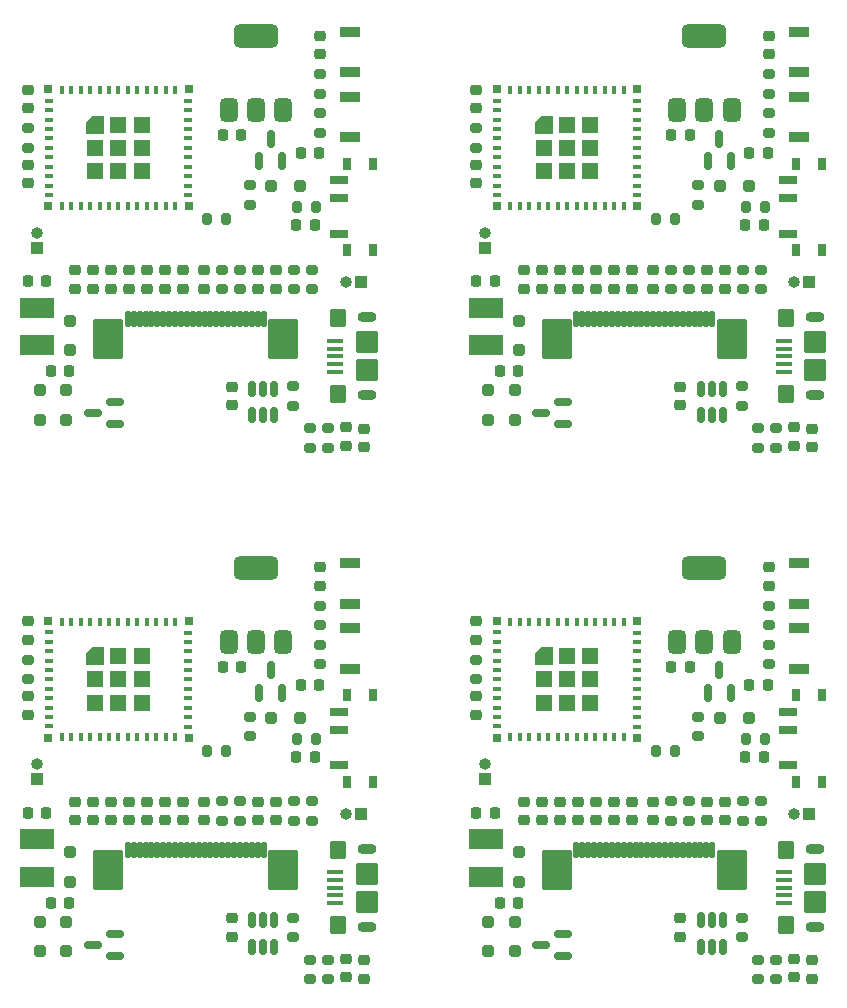
<source format=gts>
G04 #@! TF.GenerationSoftware,KiCad,Pcbnew,9.0.3*
G04 #@! TF.CreationDate,2025-09-14T18:43:41+02:00*
G04 #@! TF.ProjectId,panel,70616e65-6c2e-46b6-9963-61645f706362,rev?*
G04 #@! TF.SameCoordinates,Original*
G04 #@! TF.FileFunction,Soldermask,Top*
G04 #@! TF.FilePolarity,Negative*
%FSLAX46Y46*%
G04 Gerber Fmt 4.6, Leading zero omitted, Abs format (unit mm)*
G04 Created by KiCad (PCBNEW 9.0.3) date 2025-09-14 18:43:41*
%MOMM*%
%LPD*%
G01*
G04 APERTURE LIST*
G04 Aperture macros list*
%AMRoundRect*
0 Rectangle with rounded corners*
0 $1 Rounding radius*
0 $2 $3 $4 $5 $6 $7 $8 $9 X,Y pos of 4 corners*
0 Add a 4 corners polygon primitive as box body*
4,1,4,$2,$3,$4,$5,$6,$7,$8,$9,$2,$3,0*
0 Add four circle primitives for the rounded corners*
1,1,$1+$1,$2,$3*
1,1,$1+$1,$4,$5*
1,1,$1+$1,$6,$7*
1,1,$1+$1,$8,$9*
0 Add four rect primitives between the rounded corners*
20,1,$1+$1,$2,$3,$4,$5,0*
20,1,$1+$1,$4,$5,$6,$7,0*
20,1,$1+$1,$6,$7,$8,$9,0*
20,1,$1+$1,$8,$9,$2,$3,0*%
%AMOutline5P*
0 Free polygon, 5 corners , with rotation*
0 The origin of the aperture is its center*
0 number of corners: always 5*
0 $1 to $10 corner X, Y*
0 $11 Rotation angle, in degrees counterclockwise*
0 create outline with 5 corners*
4,1,5,$1,$2,$3,$4,$5,$6,$7,$8,$9,$10,$1,$2,$11*%
%AMOutline6P*
0 Free polygon, 6 corners , with rotation*
0 The origin of the aperture is its center*
0 number of corners: always 6*
0 $1 to $12 corner X, Y*
0 $13 Rotation angle, in degrees counterclockwise*
0 create outline with 6 corners*
4,1,6,$1,$2,$3,$4,$5,$6,$7,$8,$9,$10,$11,$12,$1,$2,$13*%
%AMOutline7P*
0 Free polygon, 7 corners , with rotation*
0 The origin of the aperture is its center*
0 number of corners: always 7*
0 $1 to $14 corner X, Y*
0 $15 Rotation angle, in degrees counterclockwise*
0 create outline with 7 corners*
4,1,7,$1,$2,$3,$4,$5,$6,$7,$8,$9,$10,$11,$12,$13,$14,$1,$2,$15*%
%AMOutline8P*
0 Free polygon, 8 corners , with rotation*
0 The origin of the aperture is its center*
0 number of corners: always 8*
0 $1 to $16 corner X, Y*
0 $17 Rotation angle, in degrees counterclockwise*
0 create outline with 8 corners*
4,1,8,$1,$2,$3,$4,$5,$6,$7,$8,$9,$10,$11,$12,$13,$14,$15,$16,$1,$2,$17*%
G04 Aperture macros list end*
%ADD10RoundRect,0.200000X-0.275000X0.200000X-0.275000X-0.200000X0.275000X-0.200000X0.275000X0.200000X0*%
%ADD11RoundRect,0.225000X-0.250000X0.225000X-0.250000X-0.225000X0.250000X-0.225000X0.250000X0.225000X0*%
%ADD12R,1.000000X1.000000*%
%ADD13O,1.000000X1.000000*%
%ADD14RoundRect,0.250000X-0.250000X0.250000X-0.250000X-0.250000X0.250000X-0.250000X0.250000X0.250000X0*%
%ADD15RoundRect,0.225000X-0.225000X-0.250000X0.225000X-0.250000X0.225000X0.250000X-0.225000X0.250000X0*%
%ADD16RoundRect,0.225000X0.250000X-0.225000X0.250000X0.225000X-0.250000X0.225000X-0.250000X-0.225000X0*%
%ADD17RoundRect,0.250000X0.250000X0.250000X-0.250000X0.250000X-0.250000X-0.250000X0.250000X-0.250000X0*%
%ADD18RoundRect,0.225000X0.225000X0.250000X-0.225000X0.250000X-0.225000X-0.250000X0.225000X-0.250000X0*%
%ADD19RoundRect,0.375000X0.375000X-0.625000X0.375000X0.625000X-0.375000X0.625000X-0.375000X-0.625000X0*%
%ADD20RoundRect,0.500000X1.400000X-0.500000X1.400000X0.500000X-1.400000X0.500000X-1.400000X-0.500000X0*%
%ADD21RoundRect,0.102000X-0.150000X-0.550000X0.150000X-0.550000X0.150000X0.550000X-0.150000X0.550000X0*%
%ADD22RoundRect,0.102000X-1.150000X-1.550000X1.150000X-1.550000X1.150000X1.550000X-1.150000X1.550000X0*%
%ADD23RoundRect,0.200000X0.200000X0.275000X-0.200000X0.275000X-0.200000X-0.275000X0.200000X-0.275000X0*%
%ADD24RoundRect,0.150000X-0.150000X0.512500X-0.150000X-0.512500X0.150000X-0.512500X0.150000X0.512500X0*%
%ADD25RoundRect,0.150000X0.587500X0.150000X-0.587500X0.150000X-0.587500X-0.150000X0.587500X-0.150000X0*%
%ADD26RoundRect,0.150000X0.150000X-0.587500X0.150000X0.587500X-0.150000X0.587500X-0.150000X-0.587500X0*%
%ADD27RoundRect,0.200000X0.275000X-0.200000X0.275000X0.200000X-0.275000X0.200000X-0.275000X-0.200000X0*%
%ADD28R,0.800000X1.000000*%
%ADD29R,1.500000X0.700000*%
%ADD30RoundRect,0.218750X0.218750X0.256250X-0.218750X0.256250X-0.218750X-0.256250X0.218750X-0.256250X0*%
%ADD31RoundRect,0.218750X-0.256250X0.218750X-0.256250X-0.218750X0.256250X-0.218750X0.256250X0.218750X0*%
%ADD32R,2.900000X1.800000*%
%ADD33RoundRect,0.100000X0.575000X-0.100000X0.575000X0.100000X-0.575000X0.100000X-0.575000X-0.100000X0*%
%ADD34O,1.600000X0.900000*%
%ADD35RoundRect,0.250000X0.450000X-0.550000X0.450000X0.550000X-0.450000X0.550000X-0.450000X-0.550000X0*%
%ADD36RoundRect,0.250000X0.700000X-0.700000X0.700000X0.700000X-0.700000X0.700000X-0.700000X-0.700000X0*%
%ADD37R,0.800000X0.400000*%
%ADD38R,1.450000X1.450000*%
%ADD39R,0.400000X0.800000*%
%ADD40R,0.700000X0.700000*%
%ADD41Outline5P,-0.725000X0.725000X0.725000X0.725000X0.725000X-0.217500X0.217500X-0.725000X-0.725000X-0.725000X180.000000*%
%ADD42R,1.700000X0.900000*%
G04 APERTURE END LIST*
D10*
G04 #@! TO.C,R2*
X73155800Y-42785800D03*
X73155800Y-44435800D03*
G04 #@! TD*
D11*
G04 #@! TO.C,C14*
X22924800Y-29424600D03*
X22924800Y-30974600D03*
G04 #@! TD*
D10*
G04 #@! TO.C,R11*
X70311000Y-74373000D03*
X70311000Y-76023000D03*
G04 #@! TD*
D12*
G04 #@! TO.C,J4*
X10529600Y-72495200D03*
D13*
X10529600Y-71225200D03*
G04 #@! TD*
D14*
G04 #@! TO.C,D5*
X10783600Y-84545200D03*
X10783600Y-87045200D03*
G04 #@! TD*
D15*
G04 #@! TO.C,C1*
X32868600Y-19480800D03*
X34418600Y-19480800D03*
G04 #@! TD*
D12*
G04 #@! TO.C,BAT1*
X37961600Y-75401200D03*
D13*
X36691600Y-75401200D03*
G04 #@! TD*
D16*
G04 #@! TO.C,C16*
X67263000Y-75973000D03*
X67263000Y-74423000D03*
G04 #@! TD*
D17*
G04 #@! TO.C,D1*
X32861600Y-22274800D03*
X30361600Y-22274800D03*
G04 #@! TD*
D16*
G04 #@! TO.C,C5*
X34532600Y-56110200D03*
X34532600Y-54560200D03*
G04 #@! TD*
D11*
G04 #@! TO.C,C6*
X47755800Y-20483800D03*
X47755800Y-22033800D03*
G04 #@! TD*
D14*
G04 #@! TO.C,D4*
X13374400Y-33674200D03*
X13374400Y-36174200D03*
G04 #@! TD*
D10*
G04 #@! TO.C,R4*
X28563600Y-22211800D03*
X28563600Y-23861800D03*
G04 #@! TD*
D18*
G04 #@! TO.C,C2*
X65802800Y-17956800D03*
X64252800Y-17956800D03*
G04 #@! TD*
D16*
G04 #@! TO.C,C11*
X18352800Y-30974600D03*
X18352800Y-29424600D03*
G04 #@! TD*
D11*
G04 #@! TO.C,C8*
X51769000Y-74423000D03*
X51769000Y-75973000D03*
G04 #@! TD*
D16*
G04 #@! TO.C,C12*
X19876800Y-75973000D03*
X19876800Y-74423000D03*
G04 #@! TD*
D10*
G04 #@! TO.C,R8*
X64215000Y-29374600D03*
X64215000Y-31024600D03*
G04 #@! TD*
D19*
G04 #@! TO.C,U3*
X26771600Y-15874800D03*
X29071600Y-15874800D03*
D20*
X29071600Y-9574800D03*
D19*
X31371600Y-15874800D03*
G04 #@! TD*
D11*
G04 #@! TO.C,C14*
X60913000Y-74423000D03*
X60913000Y-75973000D03*
G04 #@! TD*
D16*
G04 #@! TO.C,C10*
X16828800Y-30974600D03*
X16828800Y-29424600D03*
G04 #@! TD*
D21*
G04 #@! TO.C,J2*
X18242800Y-33501600D03*
X18742800Y-33501600D03*
X19242800Y-33501600D03*
X19742800Y-33501600D03*
X20242800Y-33501600D03*
X20742800Y-33501600D03*
X21242800Y-33501600D03*
X21742800Y-33501600D03*
X22242800Y-33501600D03*
X22742800Y-33501600D03*
X23242800Y-33501600D03*
X23742800Y-33501600D03*
X24242800Y-33501600D03*
X24742800Y-33501600D03*
X25242800Y-33501600D03*
X25742800Y-33501600D03*
X26242800Y-33501600D03*
X26742800Y-33501600D03*
X27242800Y-33501600D03*
X27742800Y-33501600D03*
X28242800Y-33501600D03*
X28742800Y-33501600D03*
X29242800Y-33501600D03*
X29742800Y-33501600D03*
D22*
X16572800Y-35201600D03*
X31412800Y-35201600D03*
G04 #@! TD*
D14*
G04 #@! TO.C,D3*
X51032400Y-39546800D03*
X51032400Y-42046800D03*
G04 #@! TD*
D23*
G04 #@! TO.C,R5*
X64582800Y-70067200D03*
X62932800Y-70067200D03*
G04 #@! TD*
D24*
G04 #@! TO.C,U2*
X68644800Y-84423700D03*
X67694800Y-84423700D03*
X66744800Y-84423700D03*
X66744800Y-86698700D03*
X67694800Y-86698700D03*
X68644800Y-86698700D03*
G04 #@! TD*
D25*
G04 #@! TO.C,Q2*
X17133600Y-87461200D03*
X17133600Y-85561200D03*
X15258600Y-86511200D03*
G04 #@! TD*
D26*
G04 #@! TO.C,Q1*
X67379800Y-20164300D03*
X69279800Y-20164300D03*
X68329800Y-18289300D03*
G04 #@! TD*
D25*
G04 #@! TO.C,Q2*
X55121800Y-87461200D03*
X55121800Y-85561200D03*
X53246800Y-86511200D03*
G04 #@! TD*
D16*
G04 #@! TO.C,C4*
X76203800Y-89384200D03*
X76203800Y-87834200D03*
G04 #@! TD*
G04 #@! TO.C,C16*
X29274800Y-30974600D03*
X29274800Y-29424600D03*
G04 #@! TD*
G04 #@! TO.C,C17*
X30798800Y-30974600D03*
X30798800Y-29424600D03*
G04 #@! TD*
D17*
G04 #@! TO.C,D1*
X70849800Y-22274800D03*
X68349800Y-22274800D03*
G04 #@! TD*
D21*
G04 #@! TO.C,J2*
X18242800Y-78500000D03*
X18742800Y-78500000D03*
X19242800Y-78500000D03*
X19742800Y-78500000D03*
X20242800Y-78500000D03*
X20742800Y-78500000D03*
X21242800Y-78500000D03*
X21742800Y-78500000D03*
X22242800Y-78500000D03*
X22742800Y-78500000D03*
X23242800Y-78500000D03*
X23742800Y-78500000D03*
X24242800Y-78500000D03*
X24742800Y-78500000D03*
X25242800Y-78500000D03*
X25742800Y-78500000D03*
X26242800Y-78500000D03*
X26742800Y-78500000D03*
X27242800Y-78500000D03*
X27742800Y-78500000D03*
X28242800Y-78500000D03*
X28742800Y-78500000D03*
X29242800Y-78500000D03*
X29742800Y-78500000D03*
D22*
X16572800Y-80200000D03*
X31412800Y-80200000D03*
G04 #@! TD*
D27*
G04 #@! TO.C,R3*
X71631800Y-89434200D03*
X71631800Y-87784200D03*
G04 #@! TD*
D10*
G04 #@! TO.C,R10*
X71835000Y-29374600D03*
X71835000Y-31024600D03*
G04 #@! TD*
D27*
G04 #@! TO.C,R12*
X34532600Y-17765800D03*
X34532600Y-16115800D03*
G04 #@! TD*
D16*
G04 #@! TO.C,C7*
X47755800Y-15683800D03*
X47755800Y-14133800D03*
G04 #@! TD*
D26*
G04 #@! TO.C,Q1*
X67379800Y-65162700D03*
X69279800Y-65162700D03*
X68329800Y-63287700D03*
G04 #@! TD*
D27*
G04 #@! TO.C,R7*
X9767600Y-64034200D03*
X9767600Y-62384200D03*
G04 #@! TD*
D26*
G04 #@! TO.C,Q1*
X29391600Y-65162700D03*
X31291600Y-65162700D03*
X30341600Y-63287700D03*
G04 #@! TD*
D17*
G04 #@! TO.C,D1*
X70849800Y-67273200D03*
X68349800Y-67273200D03*
G04 #@! TD*
D11*
G04 #@! TO.C,C14*
X22924800Y-74423000D03*
X22924800Y-75973000D03*
G04 #@! TD*
D27*
G04 #@! TO.C,R1*
X70234800Y-85878200D03*
X70234800Y-84228200D03*
G04 #@! TD*
D23*
G04 #@! TO.C,R13*
X34214600Y-69051200D03*
X32564600Y-69051200D03*
G04 #@! TD*
D12*
G04 #@! TO.C,BAT1*
X75949800Y-30402800D03*
D13*
X74679800Y-30402800D03*
G04 #@! TD*
D28*
G04 #@! TO.C,SW3*
X36800600Y-72701200D03*
X39010600Y-72701200D03*
X36800600Y-65401200D03*
X39010600Y-65401200D03*
D29*
X36150600Y-71301200D03*
X36150600Y-68301200D03*
X36150600Y-66801200D03*
G04 #@! TD*
D23*
G04 #@! TO.C,R5*
X26594600Y-70067200D03*
X24944600Y-70067200D03*
G04 #@! TD*
D18*
G04 #@! TO.C,C18*
X51274000Y-82959100D03*
X49724000Y-82959100D03*
G04 #@! TD*
G04 #@! TO.C,C18*
X51274000Y-37960700D03*
X49724000Y-37960700D03*
G04 #@! TD*
D11*
G04 #@! TO.C,C6*
X9767600Y-20483800D03*
X9767600Y-22033800D03*
G04 #@! TD*
D30*
G04 #@! TO.C,D6*
X34088600Y-25576800D03*
X32513600Y-25576800D03*
G04 #@! TD*
D11*
G04 #@! TO.C,C8*
X51769000Y-29424600D03*
X51769000Y-30974600D03*
G04 #@! TD*
D10*
G04 #@! TO.C,R8*
X26226800Y-29374600D03*
X26226800Y-31024600D03*
G04 #@! TD*
D18*
G04 #@! TO.C,C18*
X13285800Y-82959100D03*
X11735800Y-82959100D03*
G04 #@! TD*
D11*
G04 #@! TO.C,C15*
X24702800Y-29424600D03*
X24702800Y-30974600D03*
G04 #@! TD*
D10*
G04 #@! TO.C,R11*
X32322800Y-29374600D03*
X32322800Y-31024600D03*
G04 #@! TD*
D23*
G04 #@! TO.C,R5*
X26594600Y-25068800D03*
X24944600Y-25068800D03*
G04 #@! TD*
D10*
G04 #@! TO.C,R2*
X35167600Y-42785800D03*
X35167600Y-44435800D03*
G04 #@! TD*
D31*
G04 #@! TO.C,D2*
X36691600Y-87694700D03*
X36691600Y-89269700D03*
G04 #@! TD*
D27*
G04 #@! TO.C,R12*
X34532600Y-62764200D03*
X34532600Y-61114200D03*
G04 #@! TD*
D15*
G04 #@! TO.C,C1*
X70856800Y-64479200D03*
X72406800Y-64479200D03*
G04 #@! TD*
D11*
G04 #@! TO.C,C8*
X13780800Y-74423000D03*
X13780800Y-75973000D03*
G04 #@! TD*
D27*
G04 #@! TO.C,R6*
X34532600Y-59462200D03*
X34532600Y-57812200D03*
G04 #@! TD*
G04 #@! TO.C,R12*
X72520800Y-17765800D03*
X72520800Y-16115800D03*
G04 #@! TD*
G04 #@! TO.C,R6*
X72520800Y-59462200D03*
X72520800Y-57812200D03*
G04 #@! TD*
D16*
G04 #@! TO.C,C16*
X67263000Y-30974600D03*
X67263000Y-29424600D03*
G04 #@! TD*
D31*
G04 #@! TO.C,D2*
X74679800Y-87694700D03*
X74679800Y-89269700D03*
G04 #@! TD*
D16*
G04 #@! TO.C,C7*
X9767600Y-60682200D03*
X9767600Y-59132200D03*
G04 #@! TD*
G04 #@! TO.C,C9*
X53293000Y-30974600D03*
X53293000Y-29424600D03*
G04 #@! TD*
D30*
G04 #@! TO.C,D6*
X72076800Y-70575200D03*
X70501800Y-70575200D03*
G04 #@! TD*
D16*
G04 #@! TO.C,C4*
X38215600Y-89384200D03*
X38215600Y-87834200D03*
G04 #@! TD*
D10*
G04 #@! TO.C,R9*
X27750800Y-74373000D03*
X27750800Y-76023000D03*
G04 #@! TD*
D23*
G04 #@! TO.C,R13*
X72202800Y-69051200D03*
X70552800Y-69051200D03*
G04 #@! TD*
D16*
G04 #@! TO.C,C9*
X15304800Y-30974600D03*
X15304800Y-29424600D03*
G04 #@! TD*
D28*
G04 #@! TO.C,SW3*
X74788800Y-27702800D03*
X76998800Y-27702800D03*
X74788800Y-20402800D03*
X76998800Y-20402800D03*
D29*
X74138800Y-26302800D03*
X74138800Y-23302800D03*
X74138800Y-21802800D03*
G04 #@! TD*
D11*
G04 #@! TO.C,C8*
X13780800Y-29424600D03*
X13780800Y-30974600D03*
G04 #@! TD*
D16*
G04 #@! TO.C,C11*
X56341000Y-75973000D03*
X56341000Y-74423000D03*
G04 #@! TD*
D18*
G04 #@! TO.C,C2*
X65802800Y-62955200D03*
X64252800Y-62955200D03*
G04 #@! TD*
D23*
G04 #@! TO.C,R5*
X64582800Y-25068800D03*
X62932800Y-25068800D03*
G04 #@! TD*
D32*
G04 #@! TO.C,L1*
X48568600Y-77560600D03*
X48568600Y-80760600D03*
G04 #@! TD*
D11*
G04 #@! TO.C,C13*
X21400800Y-74423000D03*
X21400800Y-75973000D03*
G04 #@! TD*
D12*
G04 #@! TO.C,BAT1*
X37961600Y-30402800D03*
D13*
X36691600Y-30402800D03*
G04 #@! TD*
D12*
G04 #@! TO.C,J4*
X48517800Y-27496800D03*
D13*
X48517800Y-26226800D03*
G04 #@! TD*
D16*
G04 #@! TO.C,C4*
X38215600Y-44385800D03*
X38215600Y-42835800D03*
G04 #@! TD*
D10*
G04 #@! TO.C,R4*
X66551800Y-67210200D03*
X66551800Y-68860200D03*
G04 #@! TD*
D16*
G04 #@! TO.C,C12*
X57865000Y-75973000D03*
X57865000Y-74423000D03*
G04 #@! TD*
D28*
G04 #@! TO.C,SW3*
X74788800Y-72701200D03*
X76998800Y-72701200D03*
X74788800Y-65401200D03*
X76998800Y-65401200D03*
D29*
X74138800Y-71301200D03*
X74138800Y-68301200D03*
X74138800Y-66801200D03*
G04 #@! TD*
D11*
G04 #@! TO.C,C13*
X59389000Y-74423000D03*
X59389000Y-75973000D03*
G04 #@! TD*
D16*
G04 #@! TO.C,C11*
X56341000Y-30974600D03*
X56341000Y-29424600D03*
G04 #@! TD*
D33*
G04 #@! TO.C,J1*
X73782800Y-82981200D03*
X73782800Y-82331200D03*
X73782800Y-81681200D03*
X73782800Y-81031200D03*
X73782800Y-80381200D03*
D34*
X76457800Y-84981200D03*
D35*
X74007800Y-84881200D03*
D36*
X76457800Y-82881200D03*
X76457800Y-80481200D03*
D35*
X74007800Y-78481200D03*
D34*
X76457800Y-78381200D03*
G04 #@! TD*
D27*
G04 #@! TO.C,R1*
X32246600Y-85878200D03*
X32246600Y-84228200D03*
G04 #@! TD*
D14*
G04 #@! TO.C,D3*
X13044200Y-39546800D03*
X13044200Y-42046800D03*
G04 #@! TD*
D10*
G04 #@! TO.C,R4*
X66551800Y-22211800D03*
X66551800Y-23861800D03*
G04 #@! TD*
D12*
G04 #@! TO.C,J4*
X48517800Y-72495200D03*
D13*
X48517800Y-71225200D03*
G04 #@! TD*
D18*
G04 #@! TO.C,C2*
X27814600Y-62955200D03*
X26264600Y-62955200D03*
G04 #@! TD*
D37*
G04 #@! TO.C,U1*
X49539800Y-60045200D03*
X49539800Y-60845200D03*
X49539800Y-61645200D03*
X49539800Y-62445200D03*
X49539800Y-63245200D03*
X49539800Y-64045200D03*
X49539800Y-64845200D03*
X49539800Y-65645200D03*
X49539800Y-66445200D03*
D38*
X55439800Y-66020200D03*
D37*
X49539800Y-67245200D03*
X49539800Y-67995200D03*
D39*
X50639800Y-68945200D03*
X51439800Y-68945200D03*
X52239800Y-68945200D03*
X53039800Y-68945200D03*
X53839800Y-68945200D03*
X54639800Y-68945200D03*
X55439800Y-68945200D03*
X56239800Y-68945200D03*
X57039800Y-68945200D03*
X57839800Y-68945200D03*
X58639800Y-68945200D03*
X59439800Y-68945200D03*
X60239800Y-68945200D03*
D37*
X61339800Y-68045200D03*
X61339800Y-67245200D03*
X61339800Y-66445200D03*
X61339800Y-65645200D03*
X61339800Y-64845200D03*
X61339800Y-64045200D03*
X61339800Y-63245200D03*
X61339800Y-62445200D03*
X61339800Y-61645200D03*
X61339800Y-60845200D03*
X61339800Y-60095200D03*
D39*
X60239800Y-59145200D03*
X60239800Y-59145200D03*
X59439800Y-59145200D03*
X58639800Y-59145200D03*
X57839800Y-59145200D03*
X57039800Y-59145200D03*
X56239800Y-59145200D03*
X55439800Y-59145200D03*
X54639800Y-59145200D03*
X53839800Y-59145200D03*
X53039800Y-59145200D03*
X52239800Y-59145200D03*
X51439800Y-59145200D03*
X50639800Y-59145200D03*
D38*
X55439800Y-64045200D03*
D40*
X61389800Y-59095200D03*
X61389800Y-68995200D03*
X49489800Y-68995200D03*
X49489800Y-59095200D03*
D41*
X53489800Y-62070200D03*
D38*
X55439800Y-62070200D03*
X57414800Y-62070200D03*
X53464800Y-64045200D03*
X57414800Y-64045200D03*
X53464800Y-66020200D03*
X57414800Y-66020200D03*
G04 #@! TD*
D42*
G04 #@! TO.C,SW4*
X75060800Y-14732800D03*
X75060800Y-18132800D03*
G04 #@! TD*
D10*
G04 #@! TO.C,R11*
X32322800Y-74373000D03*
X32322800Y-76023000D03*
G04 #@! TD*
D27*
G04 #@! TO.C,R6*
X34532600Y-14463800D03*
X34532600Y-12813800D03*
G04 #@! TD*
D11*
G04 #@! TO.C,C3*
X65027800Y-39279800D03*
X65027800Y-40829800D03*
G04 #@! TD*
D14*
G04 #@! TO.C,D4*
X13374400Y-78672600D03*
X13374400Y-81172600D03*
G04 #@! TD*
D32*
G04 #@! TO.C,L1*
X10580400Y-77560600D03*
X10580400Y-80760600D03*
G04 #@! TD*
D27*
G04 #@! TO.C,R7*
X47755800Y-64034200D03*
X47755800Y-62384200D03*
G04 #@! TD*
D10*
G04 #@! TO.C,R10*
X33846800Y-74373000D03*
X33846800Y-76023000D03*
G04 #@! TD*
D27*
G04 #@! TO.C,R7*
X47755800Y-19035800D03*
X47755800Y-17385800D03*
G04 #@! TD*
G04 #@! TO.C,R6*
X72520800Y-14463800D03*
X72520800Y-12813800D03*
G04 #@! TD*
D16*
G04 #@! TO.C,C12*
X19876800Y-30974600D03*
X19876800Y-29424600D03*
G04 #@! TD*
D24*
G04 #@! TO.C,U2*
X30656600Y-84423700D03*
X29706600Y-84423700D03*
X28756600Y-84423700D03*
X28756600Y-86698700D03*
X29706600Y-86698700D03*
X30656600Y-86698700D03*
G04 #@! TD*
D11*
G04 #@! TO.C,C6*
X47755800Y-65482200D03*
X47755800Y-67032200D03*
G04 #@! TD*
D14*
G04 #@! TO.C,D3*
X51032400Y-84545200D03*
X51032400Y-87045200D03*
G04 #@! TD*
D16*
G04 #@! TO.C,C4*
X76203800Y-44385800D03*
X76203800Y-42835800D03*
G04 #@! TD*
D25*
G04 #@! TO.C,Q2*
X55121800Y-42462800D03*
X55121800Y-40562800D03*
X53246800Y-41512800D03*
G04 #@! TD*
D21*
G04 #@! TO.C,J2*
X56231000Y-78500000D03*
X56731000Y-78500000D03*
X57231000Y-78500000D03*
X57731000Y-78500000D03*
X58231000Y-78500000D03*
X58731000Y-78500000D03*
X59231000Y-78500000D03*
X59731000Y-78500000D03*
X60231000Y-78500000D03*
X60731000Y-78500000D03*
X61231000Y-78500000D03*
X61731000Y-78500000D03*
X62231000Y-78500000D03*
X62731000Y-78500000D03*
X63231000Y-78500000D03*
X63731000Y-78500000D03*
X64231000Y-78500000D03*
X64731000Y-78500000D03*
X65231000Y-78500000D03*
X65731000Y-78500000D03*
X66231000Y-78500000D03*
X66731000Y-78500000D03*
X67231000Y-78500000D03*
X67731000Y-78500000D03*
D22*
X54561000Y-80200000D03*
X69401000Y-80200000D03*
G04 #@! TD*
D10*
G04 #@! TO.C,R2*
X35167600Y-87784200D03*
X35167600Y-89434200D03*
G04 #@! TD*
D11*
G04 #@! TO.C,C3*
X27039600Y-84278200D03*
X27039600Y-85828200D03*
G04 #@! TD*
D16*
G04 #@! TO.C,C17*
X68787000Y-75973000D03*
X68787000Y-74423000D03*
G04 #@! TD*
D32*
G04 #@! TO.C,L1*
X48568600Y-32562200D03*
X48568600Y-35762200D03*
G04 #@! TD*
D11*
G04 #@! TO.C,C6*
X9767600Y-65482200D03*
X9767600Y-67032200D03*
G04 #@! TD*
D18*
G04 #@! TO.C,C18*
X13285800Y-37960700D03*
X11735800Y-37960700D03*
G04 #@! TD*
D23*
G04 #@! TO.C,R13*
X34214600Y-24052800D03*
X32564600Y-24052800D03*
G04 #@! TD*
D25*
G04 #@! TO.C,Q2*
X17133600Y-42462800D03*
X17133600Y-40562800D03*
X15258600Y-41512800D03*
G04 #@! TD*
D15*
G04 #@! TO.C,C1*
X32868600Y-64479200D03*
X34418600Y-64479200D03*
G04 #@! TD*
D37*
G04 #@! TO.C,U1*
X11551600Y-15046800D03*
X11551600Y-15846800D03*
X11551600Y-16646800D03*
X11551600Y-17446800D03*
X11551600Y-18246800D03*
X11551600Y-19046800D03*
X11551600Y-19846800D03*
X11551600Y-20646800D03*
X11551600Y-21446800D03*
D38*
X17451600Y-21021800D03*
D37*
X11551600Y-22246800D03*
X11551600Y-22996800D03*
D39*
X12651600Y-23946800D03*
X13451600Y-23946800D03*
X14251600Y-23946800D03*
X15051600Y-23946800D03*
X15851600Y-23946800D03*
X16651600Y-23946800D03*
X17451600Y-23946800D03*
X18251600Y-23946800D03*
X19051600Y-23946800D03*
X19851600Y-23946800D03*
X20651600Y-23946800D03*
X21451600Y-23946800D03*
X22251600Y-23946800D03*
D37*
X23351600Y-23046800D03*
X23351600Y-22246800D03*
X23351600Y-21446800D03*
X23351600Y-20646800D03*
X23351600Y-19846800D03*
X23351600Y-19046800D03*
X23351600Y-18246800D03*
X23351600Y-17446800D03*
X23351600Y-16646800D03*
X23351600Y-15846800D03*
X23351600Y-15096800D03*
D39*
X22251600Y-14146800D03*
X22251600Y-14146800D03*
X21451600Y-14146800D03*
X20651600Y-14146800D03*
X19851600Y-14146800D03*
X19051600Y-14146800D03*
X18251600Y-14146800D03*
X17451600Y-14146800D03*
X16651600Y-14146800D03*
X15851600Y-14146800D03*
X15051600Y-14146800D03*
X14251600Y-14146800D03*
X13451600Y-14146800D03*
X12651600Y-14146800D03*
D38*
X17451600Y-19046800D03*
D40*
X23401600Y-14096800D03*
X23401600Y-23996800D03*
X11501600Y-23996800D03*
X11501600Y-14096800D03*
D41*
X15501600Y-17071800D03*
D38*
X17451600Y-17071800D03*
X19426600Y-17071800D03*
X15476600Y-19046800D03*
X19426600Y-19046800D03*
X15476600Y-21021800D03*
X19426600Y-21021800D03*
G04 #@! TD*
D14*
G04 #@! TO.C,D5*
X10783600Y-39546800D03*
X10783600Y-42046800D03*
G04 #@! TD*
D15*
G04 #@! TO.C,C20*
X47742800Y-75325000D03*
X49292800Y-75325000D03*
G04 #@! TD*
D19*
G04 #@! TO.C,U3*
X64759800Y-15874800D03*
X67059800Y-15874800D03*
D20*
X67059800Y-9574800D03*
D19*
X69359800Y-15874800D03*
G04 #@! TD*
D16*
G04 #@! TO.C,C17*
X68787000Y-30974600D03*
X68787000Y-29424600D03*
G04 #@! TD*
D10*
G04 #@! TO.C,R11*
X70311000Y-29374600D03*
X70311000Y-31024600D03*
G04 #@! TD*
D17*
G04 #@! TO.C,D1*
X32861600Y-67273200D03*
X30361600Y-67273200D03*
G04 #@! TD*
D14*
G04 #@! TO.C,D5*
X48771800Y-84545200D03*
X48771800Y-87045200D03*
G04 #@! TD*
D11*
G04 #@! TO.C,C3*
X65027800Y-84278200D03*
X65027800Y-85828200D03*
G04 #@! TD*
D19*
G04 #@! TO.C,U3*
X64759800Y-60873200D03*
X67059800Y-60873200D03*
D20*
X67059800Y-54573200D03*
D19*
X69359800Y-60873200D03*
G04 #@! TD*
D11*
G04 #@! TO.C,C3*
X27039600Y-39279800D03*
X27039600Y-40829800D03*
G04 #@! TD*
D10*
G04 #@! TO.C,R2*
X73155800Y-87784200D03*
X73155800Y-89434200D03*
G04 #@! TD*
D42*
G04 #@! TO.C,SW1*
X75060800Y-54221200D03*
X75060800Y-57621200D03*
G04 #@! TD*
D10*
G04 #@! TO.C,R9*
X27750800Y-29374600D03*
X27750800Y-31024600D03*
G04 #@! TD*
D42*
G04 #@! TO.C,SW4*
X37072600Y-14732800D03*
X37072600Y-18132800D03*
G04 #@! TD*
G04 #@! TO.C,SW1*
X75060800Y-9222800D03*
X75060800Y-12622800D03*
G04 #@! TD*
D16*
G04 #@! TO.C,C5*
X34532600Y-11111800D03*
X34532600Y-9561800D03*
G04 #@! TD*
D14*
G04 #@! TO.C,D5*
X48771800Y-39546800D03*
X48771800Y-42046800D03*
G04 #@! TD*
D16*
G04 #@! TO.C,C7*
X9767600Y-15683800D03*
X9767600Y-14133800D03*
G04 #@! TD*
D12*
G04 #@! TO.C,BAT1*
X75949800Y-75401200D03*
D13*
X74679800Y-75401200D03*
G04 #@! TD*
D11*
G04 #@! TO.C,C15*
X62691000Y-74423000D03*
X62691000Y-75973000D03*
G04 #@! TD*
D24*
G04 #@! TO.C,U2*
X68644800Y-39425300D03*
X67694800Y-39425300D03*
X66744800Y-39425300D03*
X66744800Y-41700300D03*
X67694800Y-41700300D03*
X68644800Y-41700300D03*
G04 #@! TD*
D27*
G04 #@! TO.C,R1*
X32246600Y-40879800D03*
X32246600Y-39229800D03*
G04 #@! TD*
D30*
G04 #@! TO.C,D6*
X72076800Y-25576800D03*
X70501800Y-25576800D03*
G04 #@! TD*
D18*
G04 #@! TO.C,C2*
X27814600Y-17956800D03*
X26264600Y-17956800D03*
G04 #@! TD*
D42*
G04 #@! TO.C,SW4*
X75060800Y-59731200D03*
X75060800Y-63131200D03*
G04 #@! TD*
D27*
G04 #@! TO.C,R3*
X71631800Y-44435800D03*
X71631800Y-42785800D03*
G04 #@! TD*
D21*
G04 #@! TO.C,J2*
X56231000Y-33501600D03*
X56731000Y-33501600D03*
X57231000Y-33501600D03*
X57731000Y-33501600D03*
X58231000Y-33501600D03*
X58731000Y-33501600D03*
X59231000Y-33501600D03*
X59731000Y-33501600D03*
X60231000Y-33501600D03*
X60731000Y-33501600D03*
X61231000Y-33501600D03*
X61731000Y-33501600D03*
X62231000Y-33501600D03*
X62731000Y-33501600D03*
X63231000Y-33501600D03*
X63731000Y-33501600D03*
X64231000Y-33501600D03*
X64731000Y-33501600D03*
X65231000Y-33501600D03*
X65731000Y-33501600D03*
X66231000Y-33501600D03*
X66731000Y-33501600D03*
X67231000Y-33501600D03*
X67731000Y-33501600D03*
D22*
X54561000Y-35201600D03*
X69401000Y-35201600D03*
G04 #@! TD*
D42*
G04 #@! TO.C,SW1*
X37072600Y-9222800D03*
X37072600Y-12622800D03*
G04 #@! TD*
D28*
G04 #@! TO.C,SW3*
X36800600Y-27702800D03*
X39010600Y-27702800D03*
X36800600Y-20402800D03*
X39010600Y-20402800D03*
D29*
X36150600Y-26302800D03*
X36150600Y-23302800D03*
X36150600Y-21802800D03*
G04 #@! TD*
D15*
G04 #@! TO.C,C20*
X9754600Y-30326600D03*
X11304600Y-30326600D03*
G04 #@! TD*
D31*
G04 #@! TO.C,D2*
X74679800Y-42696300D03*
X74679800Y-44271300D03*
G04 #@! TD*
D19*
G04 #@! TO.C,U3*
X26771600Y-60873200D03*
X29071600Y-60873200D03*
D20*
X29071600Y-54573200D03*
D19*
X31371600Y-60873200D03*
G04 #@! TD*
D11*
G04 #@! TO.C,C15*
X24702800Y-74423000D03*
X24702800Y-75973000D03*
G04 #@! TD*
G04 #@! TO.C,C13*
X21400800Y-29424600D03*
X21400800Y-30974600D03*
G04 #@! TD*
D16*
G04 #@! TO.C,C10*
X16828800Y-75973000D03*
X16828800Y-74423000D03*
G04 #@! TD*
G04 #@! TO.C,C7*
X47755800Y-60682200D03*
X47755800Y-59132200D03*
G04 #@! TD*
G04 #@! TO.C,C5*
X72520800Y-11111800D03*
X72520800Y-9561800D03*
G04 #@! TD*
D10*
G04 #@! TO.C,R8*
X64215000Y-74373000D03*
X64215000Y-76023000D03*
G04 #@! TD*
D11*
G04 #@! TO.C,C13*
X59389000Y-29424600D03*
X59389000Y-30974600D03*
G04 #@! TD*
D10*
G04 #@! TO.C,R8*
X26226800Y-74373000D03*
X26226800Y-76023000D03*
G04 #@! TD*
D27*
G04 #@! TO.C,R3*
X33643600Y-44435800D03*
X33643600Y-42785800D03*
G04 #@! TD*
D12*
G04 #@! TO.C,J4*
X10529600Y-27496800D03*
D13*
X10529600Y-26226800D03*
G04 #@! TD*
D42*
G04 #@! TO.C,SW4*
X37072600Y-59731200D03*
X37072600Y-63131200D03*
G04 #@! TD*
D27*
G04 #@! TO.C,R1*
X70234800Y-40879800D03*
X70234800Y-39229800D03*
G04 #@! TD*
D15*
G04 #@! TO.C,C20*
X9754600Y-75325000D03*
X11304600Y-75325000D03*
G04 #@! TD*
D11*
G04 #@! TO.C,C15*
X62691000Y-29424600D03*
X62691000Y-30974600D03*
G04 #@! TD*
D32*
G04 #@! TO.C,L1*
X10580400Y-32562200D03*
X10580400Y-35762200D03*
G04 #@! TD*
D16*
G04 #@! TO.C,C17*
X30798800Y-75973000D03*
X30798800Y-74423000D03*
G04 #@! TD*
D10*
G04 #@! TO.C,R4*
X28563600Y-67210200D03*
X28563600Y-68860200D03*
G04 #@! TD*
D16*
G04 #@! TO.C,C10*
X54817000Y-30974600D03*
X54817000Y-29424600D03*
G04 #@! TD*
D10*
G04 #@! TO.C,R9*
X65739000Y-74373000D03*
X65739000Y-76023000D03*
G04 #@! TD*
D14*
G04 #@! TO.C,D4*
X51362600Y-78672600D03*
X51362600Y-81172600D03*
G04 #@! TD*
D27*
G04 #@! TO.C,R7*
X9767600Y-19035800D03*
X9767600Y-17385800D03*
G04 #@! TD*
D15*
G04 #@! TO.C,C20*
X47742800Y-30326600D03*
X49292800Y-30326600D03*
G04 #@! TD*
D33*
G04 #@! TO.C,J1*
X35794600Y-37982800D03*
X35794600Y-37332800D03*
X35794600Y-36682800D03*
X35794600Y-36032800D03*
X35794600Y-35382800D03*
D34*
X38469600Y-39982800D03*
D35*
X36019600Y-39882800D03*
D36*
X38469600Y-37882800D03*
X38469600Y-35482800D03*
D35*
X36019600Y-33482800D03*
D34*
X38469600Y-33382800D03*
G04 #@! TD*
D27*
G04 #@! TO.C,R3*
X33643600Y-89434200D03*
X33643600Y-87784200D03*
G04 #@! TD*
D10*
G04 #@! TO.C,R10*
X71835000Y-74373000D03*
X71835000Y-76023000D03*
G04 #@! TD*
D16*
G04 #@! TO.C,C9*
X15304800Y-75973000D03*
X15304800Y-74423000D03*
G04 #@! TD*
G04 #@! TO.C,C16*
X29274800Y-75973000D03*
X29274800Y-74423000D03*
G04 #@! TD*
D30*
G04 #@! TO.C,D6*
X34088600Y-70575200D03*
X32513600Y-70575200D03*
G04 #@! TD*
D14*
G04 #@! TO.C,D3*
X13044200Y-84545200D03*
X13044200Y-87045200D03*
G04 #@! TD*
D15*
G04 #@! TO.C,C1*
X70856800Y-19480800D03*
X72406800Y-19480800D03*
G04 #@! TD*
D16*
G04 #@! TO.C,C10*
X54817000Y-75973000D03*
X54817000Y-74423000D03*
G04 #@! TD*
G04 #@! TO.C,C11*
X18352800Y-75973000D03*
X18352800Y-74423000D03*
G04 #@! TD*
D37*
G04 #@! TO.C,U1*
X49539800Y-15046800D03*
X49539800Y-15846800D03*
X49539800Y-16646800D03*
X49539800Y-17446800D03*
X49539800Y-18246800D03*
X49539800Y-19046800D03*
X49539800Y-19846800D03*
X49539800Y-20646800D03*
X49539800Y-21446800D03*
D38*
X55439800Y-21021800D03*
D37*
X49539800Y-22246800D03*
X49539800Y-22996800D03*
D39*
X50639800Y-23946800D03*
X51439800Y-23946800D03*
X52239800Y-23946800D03*
X53039800Y-23946800D03*
X53839800Y-23946800D03*
X54639800Y-23946800D03*
X55439800Y-23946800D03*
X56239800Y-23946800D03*
X57039800Y-23946800D03*
X57839800Y-23946800D03*
X58639800Y-23946800D03*
X59439800Y-23946800D03*
X60239800Y-23946800D03*
D37*
X61339800Y-23046800D03*
X61339800Y-22246800D03*
X61339800Y-21446800D03*
X61339800Y-20646800D03*
X61339800Y-19846800D03*
X61339800Y-19046800D03*
X61339800Y-18246800D03*
X61339800Y-17446800D03*
X61339800Y-16646800D03*
X61339800Y-15846800D03*
X61339800Y-15096800D03*
D39*
X60239800Y-14146800D03*
X60239800Y-14146800D03*
X59439800Y-14146800D03*
X58639800Y-14146800D03*
X57839800Y-14146800D03*
X57039800Y-14146800D03*
X56239800Y-14146800D03*
X55439800Y-14146800D03*
X54639800Y-14146800D03*
X53839800Y-14146800D03*
X53039800Y-14146800D03*
X52239800Y-14146800D03*
X51439800Y-14146800D03*
X50639800Y-14146800D03*
D38*
X55439800Y-19046800D03*
D40*
X61389800Y-14096800D03*
X61389800Y-23996800D03*
X49489800Y-23996800D03*
X49489800Y-14096800D03*
D41*
X53489800Y-17071800D03*
D38*
X55439800Y-17071800D03*
X57414800Y-17071800D03*
X53464800Y-19046800D03*
X57414800Y-19046800D03*
X53464800Y-21021800D03*
X57414800Y-21021800D03*
G04 #@! TD*
D10*
G04 #@! TO.C,R10*
X33846800Y-29374600D03*
X33846800Y-31024600D03*
G04 #@! TD*
D16*
G04 #@! TO.C,C5*
X72520800Y-56110200D03*
X72520800Y-54560200D03*
G04 #@! TD*
G04 #@! TO.C,C9*
X53293000Y-75973000D03*
X53293000Y-74423000D03*
G04 #@! TD*
D31*
G04 #@! TO.C,D2*
X36691600Y-42696300D03*
X36691600Y-44271300D03*
G04 #@! TD*
D42*
G04 #@! TO.C,SW1*
X37072600Y-54221200D03*
X37072600Y-57621200D03*
G04 #@! TD*
D33*
G04 #@! TO.C,J1*
X73782800Y-37982800D03*
X73782800Y-37332800D03*
X73782800Y-36682800D03*
X73782800Y-36032800D03*
X73782800Y-35382800D03*
D34*
X76457800Y-39982800D03*
D35*
X74007800Y-39882800D03*
D36*
X76457800Y-37882800D03*
X76457800Y-35482800D03*
D35*
X74007800Y-33482800D03*
D34*
X76457800Y-33382800D03*
G04 #@! TD*
D23*
G04 #@! TO.C,R13*
X72202800Y-24052800D03*
X70552800Y-24052800D03*
G04 #@! TD*
D14*
G04 #@! TO.C,D4*
X51362600Y-33674200D03*
X51362600Y-36174200D03*
G04 #@! TD*
D10*
G04 #@! TO.C,R9*
X65739000Y-29374600D03*
X65739000Y-31024600D03*
G04 #@! TD*
D11*
G04 #@! TO.C,C14*
X60913000Y-29424600D03*
X60913000Y-30974600D03*
G04 #@! TD*
D27*
G04 #@! TO.C,R12*
X72520800Y-62764200D03*
X72520800Y-61114200D03*
G04 #@! TD*
D24*
G04 #@! TO.C,U2*
X30656600Y-39425300D03*
X29706600Y-39425300D03*
X28756600Y-39425300D03*
X28756600Y-41700300D03*
X29706600Y-41700300D03*
X30656600Y-41700300D03*
G04 #@! TD*
D16*
G04 #@! TO.C,C12*
X57865000Y-30974600D03*
X57865000Y-29424600D03*
G04 #@! TD*
D37*
G04 #@! TO.C,U1*
X11551600Y-60045200D03*
X11551600Y-60845200D03*
X11551600Y-61645200D03*
X11551600Y-62445200D03*
X11551600Y-63245200D03*
X11551600Y-64045200D03*
X11551600Y-64845200D03*
X11551600Y-65645200D03*
X11551600Y-66445200D03*
D38*
X17451600Y-66020200D03*
D37*
X11551600Y-67245200D03*
X11551600Y-67995200D03*
D39*
X12651600Y-68945200D03*
X13451600Y-68945200D03*
X14251600Y-68945200D03*
X15051600Y-68945200D03*
X15851600Y-68945200D03*
X16651600Y-68945200D03*
X17451600Y-68945200D03*
X18251600Y-68945200D03*
X19051600Y-68945200D03*
X19851600Y-68945200D03*
X20651600Y-68945200D03*
X21451600Y-68945200D03*
X22251600Y-68945200D03*
D37*
X23351600Y-68045200D03*
X23351600Y-67245200D03*
X23351600Y-66445200D03*
X23351600Y-65645200D03*
X23351600Y-64845200D03*
X23351600Y-64045200D03*
X23351600Y-63245200D03*
X23351600Y-62445200D03*
X23351600Y-61645200D03*
X23351600Y-60845200D03*
X23351600Y-60095200D03*
D39*
X22251600Y-59145200D03*
X22251600Y-59145200D03*
X21451600Y-59145200D03*
X20651600Y-59145200D03*
X19851600Y-59145200D03*
X19051600Y-59145200D03*
X18251600Y-59145200D03*
X17451600Y-59145200D03*
X16651600Y-59145200D03*
X15851600Y-59145200D03*
X15051600Y-59145200D03*
X14251600Y-59145200D03*
X13451600Y-59145200D03*
X12651600Y-59145200D03*
D38*
X17451600Y-64045200D03*
D40*
X23401600Y-59095200D03*
X23401600Y-68995200D03*
X11501600Y-68995200D03*
X11501600Y-59095200D03*
D41*
X15501600Y-62070200D03*
D38*
X17451600Y-62070200D03*
X19426600Y-62070200D03*
X15476600Y-64045200D03*
X19426600Y-64045200D03*
X15476600Y-66020200D03*
X19426600Y-66020200D03*
G04 #@! TD*
D26*
G04 #@! TO.C,Q1*
X29391600Y-20164300D03*
X31291600Y-20164300D03*
X30341600Y-18289300D03*
G04 #@! TD*
D33*
G04 #@! TO.C,J1*
X35794600Y-82981200D03*
X35794600Y-82331200D03*
X35794600Y-81681200D03*
X35794600Y-81031200D03*
X35794600Y-80381200D03*
D34*
X38469600Y-84981200D03*
D35*
X36019600Y-84881200D03*
D36*
X38469600Y-82881200D03*
X38469600Y-80481200D03*
D35*
X36019600Y-78481200D03*
D34*
X38469600Y-78381200D03*
G04 #@! TD*
M02*

</source>
